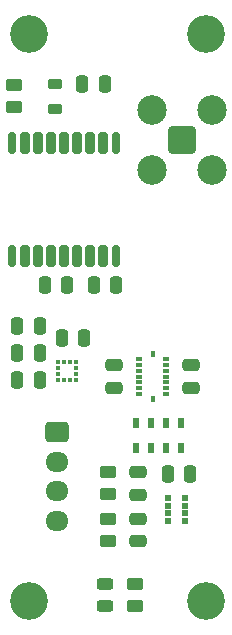
<source format=gbr>
%TF.GenerationSoftware,KiCad,Pcbnew,8.0.3*%
%TF.CreationDate,2024-10-23T15:01:46-04:00*%
%TF.ProjectId,SensorBoardNoMCU,53656e73-6f72-4426-9f61-72644e6f4d43,rev?*%
%TF.SameCoordinates,Original*%
%TF.FileFunction,Soldermask,Top*%
%TF.FilePolarity,Negative*%
%FSLAX46Y46*%
G04 Gerber Fmt 4.6, Leading zero omitted, Abs format (unit mm)*
G04 Created by KiCad (PCBNEW 8.0.3) date 2024-10-23 15:01:46*
%MOMM*%
%LPD*%
G01*
G04 APERTURE LIST*
G04 Aperture macros list*
%AMRoundRect*
0 Rectangle with rounded corners*
0 $1 Rounding radius*
0 $2 $3 $4 $5 $6 $7 $8 $9 X,Y pos of 4 corners*
0 Add a 4 corners polygon primitive as box body*
4,1,4,$2,$3,$4,$5,$6,$7,$8,$9,$2,$3,0*
0 Add four circle primitives for the rounded corners*
1,1,$1+$1,$2,$3*
1,1,$1+$1,$4,$5*
1,1,$1+$1,$6,$7*
1,1,$1+$1,$8,$9*
0 Add four rect primitives between the rounded corners*
20,1,$1+$1,$2,$3,$4,$5,0*
20,1,$1+$1,$4,$5,$6,$7,0*
20,1,$1+$1,$6,$7,$8,$9,0*
20,1,$1+$1,$8,$9,$2,$3,0*%
G04 Aperture macros list end*
%ADD10RoundRect,0.250000X-0.475000X0.250000X-0.475000X-0.250000X0.475000X-0.250000X0.475000X0.250000X0*%
%ADD11RoundRect,0.243750X0.456250X-0.243750X0.456250X0.243750X-0.456250X0.243750X-0.456250X-0.243750X0*%
%ADD12R,0.590000X0.350000*%
%ADD13R,0.350000X0.590000*%
%ADD14RoundRect,0.250000X-0.250000X-0.475000X0.250000X-0.475000X0.250000X0.475000X-0.250000X0.475000X0*%
%ADD15C,3.200000*%
%ADD16RoundRect,0.218750X-0.381250X0.218750X-0.381250X-0.218750X0.381250X-0.218750X0.381250X0.218750X0*%
%ADD17RoundRect,0.250000X0.450000X-0.262500X0.450000X0.262500X-0.450000X0.262500X-0.450000X-0.262500X0*%
%ADD18RoundRect,0.250000X0.250000X0.475000X-0.250000X0.475000X-0.250000X-0.475000X0.250000X-0.475000X0*%
%ADD19R,0.550000X0.950000*%
%ADD20RoundRect,0.250000X-0.725000X0.600000X-0.725000X-0.600000X0.725000X-0.600000X0.725000X0.600000X0*%
%ADD21O,1.950000X1.700000*%
%ADD22RoundRect,0.250000X0.475000X-0.250000X0.475000X0.250000X-0.475000X0.250000X-0.475000X-0.250000X0*%
%ADD23RoundRect,0.200100X0.949900X0.949900X-0.949900X0.949900X-0.949900X-0.949900X0.949900X-0.949900X0*%
%ADD24C,2.500000*%
%ADD25RoundRect,0.175000X0.175000X-0.725000X0.175000X0.725000X-0.175000X0.725000X-0.175000X-0.725000X0*%
%ADD26RoundRect,0.200000X0.200000X-0.700000X0.200000X0.700000X-0.200000X0.700000X-0.200000X-0.700000X0*%
%ADD27RoundRect,0.102000X-0.175000X-0.175000X0.175000X-0.175000X0.175000X0.175000X-0.175000X0.175000X0*%
%ADD28R,0.350000X0.375000*%
%ADD29R,0.375000X0.350000*%
G04 APERTURE END LIST*
D10*
%TO.C,C3*%
X99250000Y-78050000D03*
X99250000Y-79950000D03*
%TD*%
D11*
%TO.C,D1*%
X98500000Y-98437500D03*
X98500000Y-96562500D03*
%TD*%
D12*
%TO.C,U1*%
X101335000Y-80500000D03*
X101335000Y-80000000D03*
X101335000Y-79500000D03*
X101335000Y-79000000D03*
X101335000Y-78500000D03*
X101335000Y-78000000D03*
X101335000Y-77500000D03*
D13*
X102500000Y-77085000D03*
D12*
X103665000Y-77500000D03*
X103665000Y-78000000D03*
X103665000Y-78500000D03*
X103665000Y-79000000D03*
X103665000Y-79500000D03*
X103665000Y-80000000D03*
X103665000Y-80500000D03*
D13*
X102500000Y-80915000D03*
%TD*%
D14*
%TO.C,C10*%
X103800000Y-87250000D03*
X105700000Y-87250000D03*
%TD*%
D15*
%TO.C,H2*%
X92000000Y-50000000D03*
%TD*%
D14*
%TO.C,C9*%
X94800000Y-75750000D03*
X96700000Y-75750000D03*
%TD*%
D16*
%TO.C,L1*%
X94250000Y-54187500D03*
X94250000Y-56312500D03*
%TD*%
D14*
%TO.C,C8*%
X96550000Y-54250000D03*
X98450000Y-54250000D03*
%TD*%
D17*
%TO.C,R2*%
X101000000Y-98412500D03*
X101000000Y-96587500D03*
%TD*%
D15*
%TO.C,H4*%
X107000000Y-98000000D03*
%TD*%
D18*
%TO.C,C6*%
X92950000Y-79250000D03*
X91050000Y-79250000D03*
%TD*%
D17*
%TO.C,R3*%
X98750000Y-88912500D03*
X98750000Y-87087500D03*
%TD*%
D18*
%TO.C,C2*%
X95250000Y-71250000D03*
X93350000Y-71250000D03*
%TD*%
D19*
%TO.C,U4*%
X101125000Y-85075000D03*
X102375000Y-85075000D03*
X103625000Y-85075000D03*
X104875000Y-85075000D03*
X104875000Y-82925000D03*
X103625000Y-82925000D03*
X102375000Y-82925000D03*
X101125000Y-82925000D03*
%TD*%
D10*
%TO.C,C12*%
X101250000Y-87100000D03*
X101250000Y-89000000D03*
%TD*%
D20*
%TO.C,J1*%
X94400000Y-83700000D03*
D21*
X94400000Y-86200000D03*
X94400000Y-88700000D03*
X94400000Y-91200000D03*
%TD*%
D15*
%TO.C,H3*%
X92000000Y-98000000D03*
%TD*%
D22*
%TO.C,C4*%
X105750000Y-79950000D03*
X105750000Y-78050000D03*
%TD*%
D17*
%TO.C,R4*%
X98750000Y-92912500D03*
X98750000Y-91087500D03*
%TD*%
D18*
%TO.C,C5*%
X92950000Y-77000000D03*
X91050000Y-77000000D03*
%TD*%
D23*
%TO.C,J2*%
X105000000Y-59000000D03*
D24*
X107540000Y-61540000D03*
X107540000Y-56460000D03*
X102460000Y-61540000D03*
X102460000Y-56460000D03*
%TD*%
D25*
%TO.C,U3*%
X90600000Y-68750000D03*
D26*
X91700000Y-68750000D03*
X92800000Y-68750000D03*
X93900000Y-68750000D03*
X95000000Y-68750000D03*
X96100000Y-68750000D03*
X97200000Y-68750000D03*
X98300000Y-68750000D03*
D25*
X99400000Y-68750000D03*
X99400000Y-59250000D03*
D26*
X98300000Y-59250000D03*
X97200000Y-59250000D03*
X96100000Y-59250000D03*
X95000000Y-59250000D03*
X93900000Y-59250000D03*
X92800000Y-59250000D03*
X91700000Y-59250000D03*
D25*
X90600000Y-59250000D03*
%TD*%
D14*
%TO.C,C7*%
X91050000Y-74750000D03*
X92950000Y-74750000D03*
%TD*%
D17*
%TO.C,R1*%
X90750000Y-56162500D03*
X90750000Y-54337500D03*
%TD*%
D27*
%TO.C,U5*%
X105225000Y-89275000D03*
X105225000Y-89925000D03*
X105225000Y-90575000D03*
X105225000Y-91225000D03*
X103775000Y-91225000D03*
X103775000Y-90575000D03*
X103775000Y-89925000D03*
X103775000Y-89275000D03*
%TD*%
D15*
%TO.C,H1*%
X107000000Y-50000000D03*
%TD*%
D10*
%TO.C,C11*%
X101250000Y-91050000D03*
X101250000Y-92950000D03*
%TD*%
D28*
%TO.C,U2*%
X96000000Y-77737500D03*
X95500000Y-77737500D03*
X95000000Y-77737500D03*
X94500000Y-77737500D03*
D29*
X94487500Y-78250000D03*
X94487500Y-78750000D03*
D28*
X94500000Y-79262500D03*
X95000000Y-79262500D03*
X95500000Y-79262500D03*
X96000000Y-79262500D03*
D29*
X96012500Y-78750000D03*
X96012500Y-78250000D03*
%TD*%
D14*
%TO.C,C1*%
X97500000Y-71250000D03*
X99400000Y-71250000D03*
%TD*%
M02*

</source>
